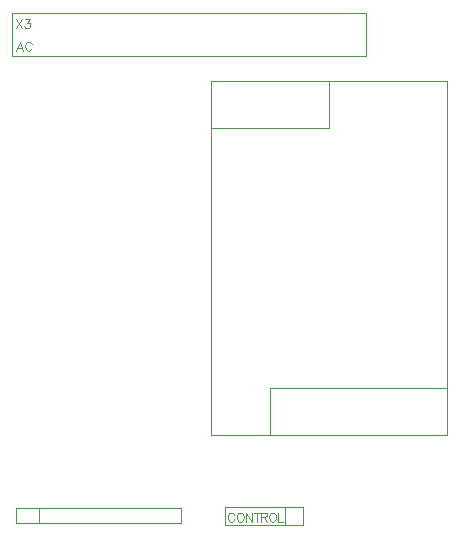
<source format=gbr>
%TF.GenerationSoftware,Altium Limited,Altium Designer,20.2.5 (213)*%
G04 Layer_Color=8421504*
%FSLAX26Y26*%
%MOIN*%
%TF.SameCoordinates,777CE05A-463F-4341-A6E9-F235672CD6F8*%
%TF.FilePolarity,Positive*%
%TF.FileFunction,Other,Mechanical_2*%
%TF.Part,Single*%
G01*
G75*
%TA.AperFunction,NonConductor*%
%ADD36C,0.004000*%
%ADD38C,0.002000*%
D36*
X1070000Y170000D02*
Y230000D01*
X1130000D01*
Y170000D02*
Y230000D01*
X870000Y170000D02*
X1130000D01*
X870000D02*
Y230000D01*
X1130000D01*
X159449Y1733465D02*
X1340551D01*
X159449D02*
Y1875000D01*
X1340551D01*
Y1733465D02*
Y1875000D01*
X175000Y175000D02*
Y225000D01*
X725000D01*
Y175000D02*
Y225000D01*
X175000Y175000D02*
X725000D01*
X250000D02*
Y225000D01*
D38*
X824724Y1491575D02*
X1218425D01*
Y1649055D01*
X1021575Y467953D02*
Y625433D01*
X1612126D01*
X824724Y467953D02*
X1612126D01*
X824724D02*
Y1649055D01*
X1612126D01*
Y467953D02*
Y1649055D01*
X901424Y202852D02*
X899996Y205709D01*
X897139Y208565D01*
X894283Y209994D01*
X888570D01*
X885713Y208565D01*
X882856Y205709D01*
X881428Y202852D01*
X880000Y198567D01*
Y191426D01*
X881428Y187141D01*
X882856Y184285D01*
X885713Y181428D01*
X888570Y180000D01*
X894283D01*
X897139Y181428D01*
X899996Y184285D01*
X901424Y187141D01*
X918420Y209994D02*
X915564Y208565D01*
X912707Y205709D01*
X911279Y202852D01*
X909851Y198567D01*
Y191426D01*
X911279Y187141D01*
X912707Y184285D01*
X915564Y181428D01*
X918420Y180000D01*
X924133D01*
X926990Y181428D01*
X929846Y184285D01*
X931275Y187141D01*
X932703Y191426D01*
Y198567D01*
X931275Y202852D01*
X929846Y205709D01*
X926990Y208565D01*
X924133Y209994D01*
X918420D01*
X939701D02*
Y180000D01*
Y209994D02*
X959697Y180000D01*
Y209994D02*
Y180000D01*
X977979Y209994D02*
Y180000D01*
X967981Y209994D02*
X987977D01*
X991548D02*
Y180000D01*
Y209994D02*
X1004402D01*
X1008687Y208565D01*
X1010115Y207137D01*
X1011543Y204280D01*
Y201424D01*
X1010115Y198567D01*
X1008687Y197139D01*
X1004402Y195711D01*
X991548D01*
X1001545D02*
X1011543Y180000D01*
X1026826Y209994D02*
X1023969Y208565D01*
X1021113Y205709D01*
X1019684Y202852D01*
X1018256Y198567D01*
Y191426D01*
X1019684Y187141D01*
X1021113Y184285D01*
X1023969Y181428D01*
X1026826Y180000D01*
X1032539D01*
X1035395Y181428D01*
X1038252Y184285D01*
X1039680Y187141D01*
X1041108Y191426D01*
Y198567D01*
X1039680Y202852D01*
X1038252Y205709D01*
X1035395Y208565D01*
X1032539Y209994D01*
X1026826D01*
X1048107D02*
Y180000D01*
X1065246D01*
X197852Y1750000D02*
X186426Y1779994D01*
X175000Y1750000D01*
X179285Y1759998D02*
X193567D01*
X226275Y1772852D02*
X224846Y1775709D01*
X221990Y1778565D01*
X219133Y1779994D01*
X213420D01*
X210564Y1778565D01*
X207707Y1775709D01*
X206279Y1772852D01*
X204851Y1768567D01*
Y1761426D01*
X206279Y1757141D01*
X207707Y1754285D01*
X210564Y1751428D01*
X213420Y1750000D01*
X219133D01*
X221990Y1751428D01*
X224846Y1754285D01*
X226275Y1757141D01*
X175000Y1854994D02*
X194996Y1825000D01*
Y1854994D02*
X175000Y1825000D01*
X204565Y1854994D02*
X220276D01*
X211707Y1843568D01*
X215991D01*
X218848Y1842139D01*
X220276Y1840711D01*
X221704Y1836426D01*
Y1833570D01*
X220276Y1829285D01*
X217419Y1826428D01*
X213135Y1825000D01*
X208850D01*
X204565Y1826428D01*
X203137Y1827857D01*
X201709Y1830713D01*
%TF.MD5,759b2a9aa781c3ee224d38602619dc21*%
M02*

</source>
